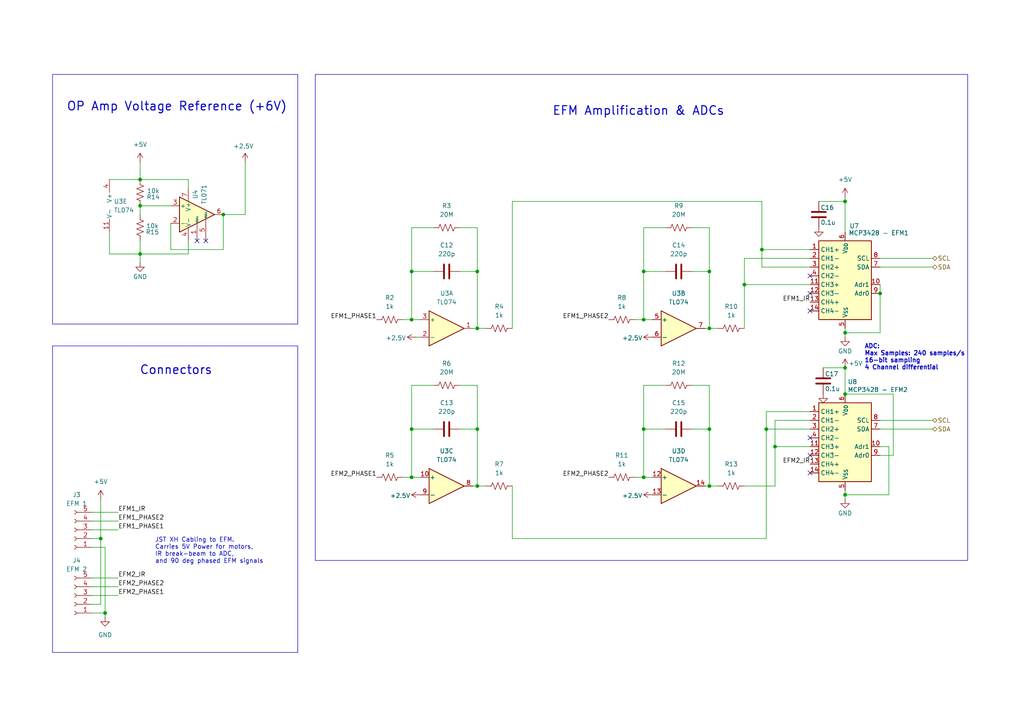
<source format=kicad_sch>
(kicad_sch (version 20250114) (generator "eeschema") (generator_version "9.0")
  (paper "A4")
  (title_block (title "EFM Circuitry") (date "2026-02-20") (rev "1") (company "VIP Lightning From the Edge of Space"))
  (lib_symbols
    (symbol "Amplifier_Operational:TL071" (pin_names (offset 0.127))
      (property "Reference" "U" (at 0 6.35 0))
      (property "Value" "TL071" (at 0 3.81 0))
      (symbol "TL071_0_1"
        (polyline (pts (xy -5.08 5.08) (xy 5.08 0) (xy -5.08 -5.08) (xy -5.08 5.08)) (stroke (width 0.254)) (fill (type background)))
      )
      (symbol "TL071_1_1"
        (pin input line (at -7.62 2.54 0) (length 2.54) (name "+") (number "3"))
        (pin input line (at -7.62 -2.54 0) (length 2.54) (name "-") (number "2"))
        (pin power_in line (at -2.54 7.62 270) (length 3.81) (name "V+") (number "7"))
        (pin power_in line (at -2.54 -7.62 90) (length 3.81) (name "V-") (number "4"))
        (pin no_connect line (at 0 2.54 270) (length 2.54) (hide yes) (name "NC") (number "8"))
        (pin input line (at 0 -7.62 90) (length 5.08) (name "NULL") (number "1"))
        (pin input line (at 2.54 -7.62 90) (length 6.35) (name "NULL") (number "5"))
        (pin output line (at 7.62 0 180) (length 2.54) (name "~") (number "6"))
      )
    )
    (symbol "Amplifier_Operational:TL074" (pin_names (offset 0.127))
      (property "Reference" "U" (at 0 5.08 0))
      (property "Value" "TL074" (at 0 -5.08 0))
      (symbol "TL074_1_1"
        (polyline (pts (xy -5.08 5.08) (xy 5.08 0) (xy -5.08 -5.08) (xy -5.08 5.08)) (stroke (width 0.254)) (fill (type background)))
        (pin input line (at -7.62 2.54 0) (length 2.54) (name "+") (number "3"))
        (pin input line (at -7.62 -2.54 0) (length 2.54) (name "-") (number "2"))
        (pin output line (at 7.62 0 180) (length 2.54) (name "~") (number "1"))
      )
      (symbol "TL074_2_1"
        (polyline (pts (xy -5.08 5.08) (xy 5.08 0) (xy -5.08 -5.08) (xy -5.08 5.08)) (stroke (width 0.254)) (fill (type background)))
        (pin input line (at -7.62 2.54 0) (length 2.54) (name "+") (number "5"))
        (pin input line (at -7.62 -2.54 0) (length 2.54) (name "-") (number "6"))
        (pin output line (at 7.62 0 180) (length 2.54) (name "~") (number "7"))
      )
      (symbol "TL074_3_1"
        (polyline (pts (xy -5.08 5.08) (xy 5.08 0) (xy -5.08 -5.08) (xy -5.08 5.08)) (stroke (width 0.254)) (fill (type background)))
        (pin input line (at -7.62 2.54 0) (length 2.54) (name "+") (number "10"))
        (pin input line (at -7.62 -2.54 0) (length 2.54) (name "-") (number "9"))
        (pin output line (at 7.62 0 180) (length 2.54) (name "~") (number "8"))
      )
      (symbol "TL074_4_1"
        (polyline (pts (xy -5.08 5.08) (xy 5.08 0) (xy -5.08 -5.08) (xy -5.08 5.08)) (stroke (width 0.254)) (fill (type background)))
        (pin input line (at -7.62 2.54 0) (length 2.54) (name "+") (number "12"))
        (pin input line (at -7.62 -2.54 0) (length 2.54) (name "-") (number "13"))
        (pin output line (at 7.62 0 180) (length 2.54) (name "~") (number "14"))
      )
      (symbol "TL074_5_1"
        (pin power_in line (at -2.54 7.62 270) (length 3.81) (name "V+") (number "4"))
        (pin power_in line (at -2.54 -7.62 90) (length 3.81) (name "V-") (number "11"))
      )
    )
    (symbol "Analog_ADC:MCP3428x-xSL"
      (property "Reference" "U" (at -6.35 11.43 0))
      (property "Value" "MCP3428x-xSL" (at 1.27 11.43 0))
      (symbol "MCP3428x-xSL_0_1"
        (rectangle (start -7.62 10.16) (end 7.62 -12.7) (stroke (width 0.254)) (fill (type background)))
      )
      (symbol "MCP3428x-xSL_1_1"
        (pin input line (at -10.16 7.62 0) (length 2.54) (name "CH1+") (number "1"))
        (pin input line (at -10.16 5.08 0) (length 2.54) (name "CH1-") (number "2"))
        (pin input line (at -10.16 2.54 0) (length 2.54) (name "CH2+") (number "3"))
        (pin input line (at -10.16 0 0) (length 2.54) (name "CH2-") (number "4"))
        (pin input line (at -10.16 -2.54 0) (length 2.54) (name "CH3+") (number "11"))
        (pin input line (at -10.16 -5.08 0) (length 2.54) (name "CH3-") (number "12"))
        (pin input line (at -10.16 -7.62 0) (length 2.54) (name "CH4+") (number "13"))
        (pin input line (at -10.16 -10.16 0) (length 2.54) (name "CH4-") (number "14"))
        (pin power_in line (at 0 12.7 270) (length 2.54) (name "V_{DD}") (number "6"))
        (pin power_in line (at 0 -15.24 90) (length 2.54) (name "V_{SS}") (number "5"))
        (pin input line (at 10.16 5.08 180) (length 2.54) (name "SCL") (number "8"))
        (pin bidirectional line (at 10.16 2.54 180) (length 2.54) (name "SDA") (number "7"))
        (pin input line (at 10.16 -2.54 180) (length 2.54) (name "Adr1") (number "10"))
        (pin input line (at 10.16 -5.08 180) (length 2.54) (name "Adr0") (number "9"))
      )
    )
    (symbol "Connector:Conn_01x05_Socket" (pin_names (offset 1.016) (hide yes))
      (property "Reference" "J" (at 0 7.62 0))
      (property "Value" "Conn_01x05_Socket" (at 0 -7.62 0))
      (symbol "Conn_01x05_Socket_1_1"
        (polyline (pts (xy -1.27 5.08) (xy -0.508 5.08)) (stroke (width 0.1524)))
        (polyline (pts (xy -1.27 2.54) (xy -0.508 2.54)) (stroke (width 0.1524)))
        (polyline (pts (xy -1.27 0) (xy -0.508 0)) (stroke (width 0.1524)))
        (polyline (pts (xy -1.27 -2.54) (xy -0.508 -2.54)) (stroke (width 0.1524)))
        (polyline (pts (xy -1.27 -5.08) (xy -0.508 -5.08)) (stroke (width 0.1524)))
        (arc (start 0 4.572) (mid -0.5058 5.08) (end 0 5.588) (stroke (width 0.1524)))
        (arc (start 0 2.032) (mid -0.5058 2.54) (end 0 3.048) (stroke (width 0.1524)))
        (arc (start 0 -0.508) (mid -0.5058 0) (end 0 0.508) (stroke (width 0.1524)))
        (arc (start 0 -3.048) (mid -0.5058 -2.54) (end 0 -2.032) (stroke (width 0.1524)))
        (arc (start 0 -5.588) (mid -0.5058 -5.08) (end 0 -4.572) (stroke (width 0.1524)))
        (pin passive line (at -5.08 5.08 0) (length 3.81) (name "Pin_1") (number "1"))
        (pin passive line (at -5.08 2.54 0) (length 3.81) (name "Pin_2") (number "2"))
        (pin passive line (at -5.08 0 0) (length 3.81) (name "Pin_3") (number "3"))
        (pin passive line (at -5.08 -2.54 0) (length 3.81) (name "Pin_4") (number "4"))
        (pin passive line (at -5.08 -5.08 0) (length 3.81) (name "Pin_5") (number "5"))
      )
    )
    (symbol "Device:C" (pin_numbers (hide yes)) (pin_names (offset 0.254))
      (property "Reference" "C" (at 0.635 2.54 0))
      (property "Value" "C" (at 0.635 -2.54 0))
      (symbol "C_0_1"
        (polyline (pts (xy -2.032 0.762) (xy 2.032 0.762)) (stroke (width 0.508)))
        (polyline (pts (xy -2.032 -0.762) (xy 2.032 -0.762)) (stroke (width 0.508)))
      )
      (symbol "C_1_1"
        (pin passive line (at 0 3.81 270) (length 2.794) (name "~") (number "1"))
        (pin passive line (at 0 -3.81 90) (length 2.794) (name "~") (number "2"))
      )
    )
    (symbol "Device:R_US" (pin_numbers (hide yes)) (pin_names (offset 0))
      (property "Reference" "R" (at 2.54 0 90))
      (property "Value" "R_US" (at -2.54 0 90))
      (symbol "R_US_0_1"
        (polyline (pts (xy 0 2.286) (xy 0 2.54)))
        (polyline (pts (xy 0 2.286) (xy 1.016 1.905) (xy 0 1.524) (xy -1.016 1.143) (xy 0 0.762)))
        (polyline (pts (xy 0 0.762) (xy 1.016 0.381) (xy 0 0) (xy -1.016 -0.381) (xy 0 -0.762)))
        (polyline (pts (xy 0 -0.762) (xy 1.016 -1.143) (xy 0 -1.524) (xy -1.016 -1.905) (xy 0 -2.286)))
        (polyline (pts (xy 0 -2.286) (xy 0 -2.54)))
      )
      (symbol "R_US_1_1"
        (pin passive line (at 0 3.81 270) (length 1.27) (name "~") (number "1"))
        (pin passive line (at 0 -3.81 90) (length 1.27) (name "~") (number "2"))
      )
    )
    (symbol "power:+5V" (power) (pin_numbers (hide yes)) (pin_names (offset 0) (hide yes))
      (property "Value" "+5V" (at 0 3.556 0))
      (symbol "+5V_0_1"
        (polyline (pts (xy -0.762 1.27) (xy 0 2.54)))
        (polyline (pts (xy 0 2.54) (xy 0.762 1.27)))
        (polyline (pts (xy 0 0) (xy 0 2.54)))
      )
      (symbol "+5V_1_1"
        (pin power_in line (at 0 0 90) (length 0) (name "~") (number "1"))
      )
    )
    (symbol "power:+6V" (power) (pin_numbers (hide yes)) (pin_names (offset 0) (hide yes))
      (property "Value" "+6V" (at 0 3.556 0))
      (symbol "+6V_0_1"
        (polyline (pts (xy -0.762 1.27) (xy 0 2.54)))
        (polyline (pts (xy 0 2.54) (xy 0.762 1.27)))
        (polyline (pts (xy 0 0) (xy 0 2.54)))
      )
      (symbol "+6V_1_1"
        (pin power_in line (at 0 0 90) (length 0) (name "~") (number "1"))
      )
    )
    (symbol "power:GND" (power) (pin_numbers (hide yes)) (pin_names (offset 0) (hide yes))
      (property "Value" "GND" (at 0 -3.81 0))
      (symbol "GND_0_1"
        (polyline (pts (xy 0 0) (xy 0 -1.27) (xy 1.27 -1.27) (xy 0 -2.54) (xy -1.27 -1.27) (xy 0 -1.27)))
      )
      (symbol "GND_1_1"
        (pin power_in line (at 0 0 270) (length 0) (name "~") (number "1"))
      )
    )
  )
  (rectangle (start 15.24 21.59) (end 86.36 93.98))
  (rectangle (start 91.44 21.59) (end 280.67 162.56))
  (rectangle (start 15.24 100.33) (end 86.36 189.23))
  (text "OP Amp Voltage Reference (+6V)" (at 51.308 30.988 0) (effects (font (size 2.5 2.5) (thickness 0.3) (bold yes))))
  (text "Connectors" (at 51.054 107.442 0) (effects (font (size 2.5 2.5) (thickness 0.3) (bold yes))))
  (text "JST XH Cabling to EFM.\nCarries 5V Power for motors,\nIR break-beam to ADC,\nand 90 deg phased EFM signals" (at 44.958 159.766 0) (effects (font (size 1.27 1.27) (thickness 0.1588)) (justify left)))
  (text "EFM Amplification & ADCs" (at 185.166 32.258 0) (effects (font (size 2.5 2.5) (thickness 0.3) (bold yes))))
  (text "ADC:\nMax Samples: 240 samples/s\n16-bit sampling\n4 Channel differential" (at 250.698 103.632 0) (effects (font (size 1.27 1.27) (thickness 0.254) (bold yes)) (justify left)))
  (junction (at 40.64 52.07))
  (junction (at 245.11 143.51))
  (junction (at 224.79 129.54))
  (junction (at 138.43 95.25))
  (junction (at 205.74 140.97))
  (junction (at 119.38 92.71))
  (junction (at 220.98 72.39))
  (junction (at 255.27 85.09))
  (junction (at 186.69 138.43))
  (junction (at 245.11 96.52))
  (junction (at 205.74 124.46))
  (junction (at 138.43 78.74))
  (junction (at 205.74 78.74))
  (junction (at 119.38 138.43))
  (junction (at 29.21 156.21))
  (junction (at 64.77 62.23))
  (junction (at 245.11 106.68))
  (junction (at 40.64 73.66))
  (junction (at 30.48 177.8))
  (junction (at 40.64 59.69))
  (junction (at 119.38 124.46))
  (junction (at 138.43 124.46))
  (junction (at 205.74 95.25))
  (junction (at 245.11 58.42))
  (junction (at 222.25 124.46))
  (junction (at 119.38 78.74))
  (junction (at 245.11 114.3))
  (junction (at 186.69 78.74))
  (junction (at 215.9 82.55))
  (junction (at 138.43 140.97))
  (junction (at 186.69 92.71))
  (junction (at 186.69 124.46))
  (no_connect (at 234.95 90.17))
  (no_connect (at 234.95 80.01))
  (no_connect (at 234.95 85.09))
  (no_connect (at 234.95 132.08))
  (no_connect (at 234.95 127))
  (no_connect (at 57.15 69.85))
  (no_connect (at 234.95 137.16))
  (no_connect (at 59.69 69.85))
  (wire (pts (xy 186.69 111.76) (xy 193.04 111.76)))
  (wire (pts (xy 270.51 77.47) (xy 255.27 77.47)))
  (wire (pts (xy 186.69 78.74) (xy 193.04 78.74)))
  (wire (pts (xy 40.64 69.85) (xy 40.64 73.66)))
  (wire (pts (xy 40.64 59.69) (xy 49.53 59.69)))
  (wire (pts (xy 26.67 175.26) (xy 29.21 175.26)))
  (wire (pts (xy 215.9 82.55) (xy 215.9 95.25)))
  (wire (pts (xy 40.64 76.2) (xy 40.64 73.66)))
  (wire (pts (xy 54.61 52.07) (xy 54.61 54.61)))
  (wire (pts (xy 138.43 78.74) (xy 138.43 95.25)))
  (wire (pts (xy 215.9 74.93) (xy 234.95 74.93)))
  (wire (pts (xy 119.38 92.71) (xy 119.38 78.74)))
  (wire (pts (xy 119.38 124.46) (xy 125.73 124.46)))
  (wire (pts (xy 138.43 66.04) (xy 138.43 78.74)))
  (wire (pts (xy 270.51 74.93) (xy 255.27 74.93)))
  (wire (pts (xy 148.59 58.42) (xy 220.98 58.42)))
  (wire (pts (xy 71.12 62.23) (xy 64.77 62.23)))
  (wire (pts (xy 119.38 138.43) (xy 121.92 138.43)))
  (wire (pts (xy 245.11 57.15) (xy 245.11 58.42)))
  (wire (pts (xy 31.75 73.66) (xy 40.64 73.66)))
  (wire (pts (xy 186.69 92.71) (xy 186.69 78.74)))
  (wire (pts (xy 40.64 59.69) (xy 40.64 62.23)))
  (wire (pts (xy 148.59 140.97) (xy 148.59 156.21)))
  (wire (pts (xy 245.11 143.51) (xy 245.11 142.24)))
  (wire (pts (xy 138.43 124.46) (xy 138.43 140.97)))
  (wire (pts (xy 245.11 114.3) (xy 259.08 114.3)))
  (wire (pts (xy 259.08 132.08) (xy 255.27 132.08)))
  (wire (pts (xy 133.35 124.46) (xy 138.43 124.46)))
  (wire (pts (xy 40.64 52.07) (xy 40.64 46.99)))
  (wire (pts (xy 222.25 124.46) (xy 222.25 119.38)))
  (wire (pts (xy 270.51 124.46) (xy 255.27 124.46)))
  (wire (pts (xy 205.74 66.04) (xy 205.74 78.74)))
  (wire (pts (xy 148.59 156.21) (xy 222.25 156.21)))
  (wire (pts (xy 245.11 96.52) (xy 255.27 96.52)))
  (wire (pts (xy 222.25 156.21) (xy 222.25 124.46)))
  (wire (pts (xy 245.11 58.42) (xy 245.11 67.31)))
  (wire (pts (xy 26.67 167.64) (xy 34.29 167.64)))
  (wire (pts (xy 270.51 121.92) (xy 255.27 121.92)))
  (wire (pts (xy 26.67 153.67) (xy 34.29 153.67)))
  (wire (pts (xy 138.43 95.25) (xy 140.97 95.25)))
  (wire (pts (xy 120.65 97.79) (xy 121.92 97.79)))
  (wire (pts (xy 71.12 46.99) (xy 71.12 62.23)))
  (wire (pts (xy 215.9 140.97) (xy 224.79 140.97)))
  (wire (pts (xy 200.66 78.74) (xy 205.74 78.74)))
  (wire (pts (xy 224.79 121.92) (xy 234.95 121.92)))
  (wire (pts (xy 224.79 129.54) (xy 234.95 129.54)))
  (wire (pts (xy 119.38 138.43) (xy 119.38 124.46)))
  (wire (pts (xy 49.53 72.39) (xy 64.77 72.39)))
  (wire (pts (xy 137.16 140.97) (xy 138.43 140.97)))
  (wire (pts (xy 138.43 111.76) (xy 138.43 124.46)))
  (wire (pts (xy 200.66 124.46) (xy 205.74 124.46)))
  (wire (pts (xy 204.47 95.25) (xy 205.74 95.25)))
  (wire (pts (xy 205.74 111.76) (xy 205.74 124.46)))
  (wire (pts (xy 222.25 124.46) (xy 234.95 124.46)))
  (wire (pts (xy 186.69 92.71) (xy 189.23 92.71)))
  (wire (pts (xy 29.21 144.78) (xy 29.21 156.21)))
  (wire (pts (xy 30.48 158.75) (xy 30.48 177.8)))
  (wire (pts (xy 119.38 66.04) (xy 125.73 66.04)))
  (wire (pts (xy 245.11 143.51) (xy 257.81 143.51)))
  (wire (pts (xy 257.81 143.51) (xy 257.81 129.54)))
  (wire (pts (xy 220.98 72.39) (xy 220.98 77.47)))
  (wire (pts (xy 26.67 148.59) (xy 34.29 148.59)))
  (wire (pts (xy 245.11 144.78) (xy 245.11 143.51)))
  (wire (pts (xy 133.35 66.04) (xy 138.43 66.04)))
  (wire (pts (xy 26.67 151.13) (xy 34.29 151.13)))
  (wire (pts (xy 26.67 156.21) (xy 29.21 156.21)))
  (wire (pts (xy 119.38 92.71) (xy 121.92 92.71)))
  (wire (pts (xy 186.69 78.74) (xy 186.69 66.04)))
  (wire (pts (xy 186.69 124.46) (xy 186.69 111.76)))
  (wire (pts (xy 49.53 64.77) (xy 49.53 72.39)))
  (wire (pts (xy 138.43 140.97) (xy 140.97 140.97)))
  (wire (pts (xy 205.74 124.46) (xy 205.74 140.97)))
  (wire (pts (xy 184.15 138.43) (xy 186.69 138.43)))
  (wire (pts (xy 245.11 96.52) (xy 245.11 95.25)))
  (wire (pts (xy 119.38 78.74) (xy 125.73 78.74)))
  (wire (pts (xy 26.67 177.8) (xy 30.48 177.8)))
  (wire (pts (xy 245.11 106.68) (xy 245.11 114.3)))
  (wire (pts (xy 31.75 67.31) (xy 31.75 73.66)))
  (wire (pts (xy 184.15 92.71) (xy 186.69 92.71)))
  (wire (pts (xy 116.84 92.71) (xy 119.38 92.71)))
  (wire (pts (xy 119.38 124.46) (xy 119.38 111.76)))
  (wire (pts (xy 205.74 78.74) (xy 205.74 95.25)))
  (wire (pts (xy 245.11 106.68) (xy 238.76 106.68)))
  (wire (pts (xy 220.98 77.47) (xy 234.95 77.47)))
  (wire (pts (xy 133.35 111.76) (xy 138.43 111.76)))
  (wire (pts (xy 186.69 66.04) (xy 193.04 66.04)))
  (wire (pts (xy 26.67 172.72) (xy 34.29 172.72)))
  (wire (pts (xy 133.35 78.74) (xy 138.43 78.74)))
  (wire (pts (xy 224.79 129.54) (xy 224.79 121.92)))
  (wire (pts (xy 26.67 170.18) (xy 34.29 170.18)))
  (wire (pts (xy 119.38 78.74) (xy 119.38 66.04)))
  (wire (pts (xy 186.69 138.43) (xy 189.23 138.43)))
  (wire (pts (xy 119.38 111.76) (xy 125.73 111.76)))
  (wire (pts (xy 259.08 114.3) (xy 259.08 132.08)))
  (wire (pts (xy 40.64 52.07) (xy 54.61 52.07)))
  (wire (pts (xy 29.21 156.21) (xy 29.21 175.26)))
  (wire (pts (xy 255.27 96.52) (xy 255.27 85.09)))
  (wire (pts (xy 31.75 52.07) (xy 40.64 52.07)))
  (wire (pts (xy 222.25 119.38) (xy 234.95 119.38)))
  (wire (pts (xy 215.9 74.93) (xy 215.9 82.55)))
  (wire (pts (xy 205.74 140.97) (xy 208.28 140.97)))
  (wire (pts (xy 64.77 72.39) (xy 64.77 62.23)))
  (wire (pts (xy 40.64 73.66) (xy 54.61 73.66)))
  (wire (pts (xy 220.98 72.39) (xy 234.95 72.39)))
  (wire (pts (xy 237.49 58.42) (xy 245.11 58.42)))
  (wire (pts (xy 215.9 82.55) (xy 234.95 82.55)))
  (wire (pts (xy 245.11 97.79) (xy 245.11 96.52)))
  (wire (pts (xy 205.74 95.25) (xy 208.28 95.25)))
  (wire (pts (xy 255.27 82.55) (xy 255.27 85.09)))
  (wire (pts (xy 26.67 158.75) (xy 30.48 158.75)))
  (wire (pts (xy 200.66 111.76) (xy 205.74 111.76)))
  (wire (pts (xy 54.61 73.66) (xy 54.61 69.85)))
  (wire (pts (xy 224.79 140.97) (xy 224.79 129.54)))
  (wire (pts (xy 137.16 95.25) (xy 138.43 95.25)))
  (wire (pts (xy 204.47 140.97) (xy 205.74 140.97)))
  (wire (pts (xy 30.48 177.8) (xy 30.48 179.07)))
  (wire (pts (xy 116.84 138.43) (xy 119.38 138.43)))
  (wire (pts (xy 186.69 124.46) (xy 193.04 124.46)))
  (wire (pts (xy 148.59 95.25) (xy 148.59 58.42)))
  (wire (pts (xy 220.98 58.42) (xy 220.98 72.39)))
  (wire (pts (xy 257.81 129.54) (xy 255.27 129.54)))
  (wire (pts (xy 186.69 138.43) (xy 186.69 124.46)))
  (wire (pts (xy 200.66 66.04) (xy 205.74 66.04)))
  (label "EFM1_PHASE1" (at 109.22 92.71 180))
  (label "EFM1_PHASE2" (at 34.29 151.13 0))
  (label "EFM2_PHASE1" (at 109.22 138.43 180))
  (label "EFM1_PHASE2" (at 176.53 92.71 180))
  (label "EFM2_PHASE1" (at 34.29 172.72 0))
  (label "EFM2_IR" (at 234.95 134.62 180))
  (label "EFM1_PHASE1" (at 34.29 153.67 0))
  (label "EFM2_PHASE2" (at 176.53 138.43 180))
  (label "EFM2_PHASE2" (at 34.29 170.18 0))
  (label "EFM1_IR" (at 234.95 87.63 180))
  (label "EFM2_IR" (at 34.29 167.64 0))
  (label "EFM1_IR" (at 34.29 148.59 0))
  (hierarchical_label "SDA" (shape bidirectional) (at 270.51 124.46 0))
  (hierarchical_label "SCL" (shape bidirectional) (at 270.51 121.92 0))
  (hierarchical_label "SDA" (shape bidirectional) (at 270.51 77.47 0))
  (hierarchical_label "SCL" (shape bidirectional) (at 270.51 74.93 0))
  (symbol (lib_id "power:+6V") (at 121.92 143.51 90) (unit 1)
    (property "Reference" "#PWR024" (effects (hide yes)))
    (property "Value" "+2.5V" (at 116.078 143.764 90))
    (property "Description" "Power symbol creates a global label with name \"+6V\"" (effects (hide yes)))
  )
  (symbol (lib_id "Amplifier_Operational:TL074") (at 196.85 140.97 0) (unit 4)
    (property "Reference" "U3" (at 196.85 130.81 0))
    (property "Value" "TL074" (at 196.85 133.35 0))
    (property "Footprint" "Package_DIP:DIP-14_W7.62mm" (effects (hide yes)))
    (property "Datasheet" "http://www.ti.com/lit/ds/symlink/tl071.pdf" (effects (hide yes)))
    (property "Description" "Quad Low-Noise JFET-Input Operational Amplifiers, DIP-14/SOIC-14" (effects (hide yes)))
    (property "Digikey" "296-12948-5-ND" (effects (hide yes)))
    (property "MPN" " TL074ACN" (effects (hide yes)))
    (property "Manufacturer" " Texas Instruments" (effects (hide yes)))
  )
  (symbol (lib_id "power:+6V") (at 189.23 97.79 90) (unit 1)
    (property "Reference" "#PWR07" (effects (hide yes)))
    (property "Value" "+2.5V" (at 183.388 98.044 90))
    (property "Description" "Power symbol creates a global label with name \"+6V\"" (effects (hide yes)))
  )
  (symbol (lib_id "Device:R_US") (at 180.34 92.71 270) (unit 1)
    (property "Reference" "R8" (at 180.34 86.36 90))
    (property "Value" "1k" (at 180.34 88.9 90))
    (property "Footprint" "Resistor_SMD:R_0805_2012Metric" (effects (hide yes)))
    (property "Description" "Resistor, US symbol" (effects (hide yes)))
    (property "Digikey" "541-1.00KCCT-ND" (effects (hide yes)))
    (property "MPN" "CRCW08051K00FKEA" (effects (hide yes)))
    (property "Manufacturer" "Vishay Dale" (effects (hide yes)))
  )
  (symbol (lib_id "power:GND") (at 40.64 76.2 0) (unit 1)
    (property "Reference" "#PWR031" (effects (hide yes)))
    (property "Value" "GND" (at 40.64 80.264 0))
    (property "Description" "Power symbol creates a global label with name \"GND\" , ground" (effects (hide yes)))
  )
  (symbol (lib_id "Device:C") (at 196.85 124.46 90) (unit 1)
    (property "Reference" "C15" (at 196.85 116.84 90))
    (property "Value" "220p" (at 196.85 119.38 90))
    (property "Footprint" "Capacitor_SMD:C_0805_2012Metric" (effects (hide yes)))
    (property "Description" "220PF 50V C0G/NP0 0805" (effects (hide yes)))
    (property "Digikey" "1276-1164-1-ND" (effects (hide yes)))
    (property "MPN" "CL21C221JBANNNC" (effects (hide yes)))
    (property "Manufacturer" "Samsung Electro-Mechanics" (effects (hide yes)))
  )
  (symbol (lib_id "Amplifier_Operational:TL074") (at 129.54 140.97 0) (unit 3)
    (property "Reference" "U3" (at 129.54 130.81 0))
    (property "Value" "TL074" (at 129.54 133.35 0))
    (property "Footprint" "Package_DIP:DIP-14_W7.62mm" (effects (hide yes)))
    (property "Datasheet" "http://www.ti.com/lit/ds/symlink/tl071.pdf" (effects (hide yes)))
    (property "Description" "Quad Low-Noise JFET-Input Operational Amplifiers, DIP-14/SOIC-14" (effects (hide yes)))
    (property "Digikey" "296-12948-5-ND" (effects (hide yes)))
    (property "MPN" " TL074ACN" (effects (hide yes)))
    (property "Manufacturer" " Texas Instruments" (effects (hide yes)))
  )
  (symbol (lib_id "Analog_ADC:MCP3428x-xSL") (at 245.11 127 0) (unit 1)
    (property "Reference" "U8" (at 245.872 110.744 0) (effects (justify left)))
    (property "Value" "MCP3428 - EFM2" (at 245.872 113.03 0) (effects (justify left)))
    (property "Footprint" "Package_SO:SOIC-14_3.9x8.7mm_P1.27mm" (effects (hide yes)))
    (property "Datasheet" "http://ww1.microchip.com/downloads/en/DeviceDoc/22226a.pdf" (effects (hide yes)))
    (property "Description" "16-Bit, Multi-Channel ΔΣ Analog-to-Digital Converter with I2C Interface and On-Board Reference, SOIC-14" (effects (hide yes)))
    (property "Digikey" "150-MCP3428T-E/SLCT-ND" (effects (hide yes)))
    (property "MPN" "MCP3428T-E/SL" (effects (hide yes)))
    (property "Manufacturer" "Microchip Technology" (effects (hide yes)))
  )
  (symbol (lib_id "Device:R_US") (at 129.54 66.04 90) (unit 1)
    (property "Reference" "R3" (at 129.54 59.69 90))
    (property "Value" "20M" (at 129.54 62.23 90))
    (property "Footprint" "Resistor_SMD:R_0805_2012Metric" (effects (hide yes)))
    (property "Description" "Resistor, US symbol" (effects (hide yes)))
    (property "Digikey" "13-RC0805JR-0720MLCT-ND" (effects (hide yes)))
    (property "MPN" "  RC0805JR-0720ML" (effects (hide yes)))
    (property "Manufacturer" "Vishay Dale" (effects (hide yes)))
  )
  (symbol (lib_id "Device:R_US") (at 113.03 138.43 270) (unit 1)
    (property "Reference" "R5" (at 113.03 132.08 90))
    (property "Value" "1k" (at 113.03 134.62 90))
    (property "Footprint" "Resistor_SMD:R_0805_2012Metric" (effects (hide yes)))
    (property "Description" "Resistor, US symbol" (effects (hide yes)))
    (property "Digikey" "541-1.00KCCT-ND" (effects (hide yes)))
    (property "MPN" "CRCW08051K00FKEA" (effects (hide yes)))
    (property "Manufacturer" "Vishay Dale" (effects (hide yes)))
  )
  (symbol (lib_id "Device:R_US") (at 212.09 95.25 90) (unit 1)
    (property "Reference" "R10" (at 212.09 88.9 90))
    (property "Value" "1k" (at 212.09 91.44 90))
    (property "Footprint" "Resistor_SMD:R_0805_2012Metric" (effects (hide yes)))
    (property "Description" "Resistor, US symbol" (effects (hide yes)))
    (property "Digikey" "541-1.00KCCT-ND" (effects (hide yes)))
    (property "MPN" "CRCW08051K00FKEA" (effects (hide yes)))
    (property "Manufacturer" "Vishay Dale" (effects (hide yes)))
  )
  (symbol (lib_id "Device:R_US") (at 212.09 140.97 90) (unit 1)
    (property "Reference" "R13" (at 212.09 134.62 90))
    (property "Value" "1k" (at 212.09 137.16 90))
    (property "Footprint" "Resistor_SMD:R_0805_2012Metric" (effects (hide yes)))
    (property "Description" "Resistor, US symbol" (effects (hide yes)))
    (property "Digikey" "541-1.00KCCT-ND" (effects (hide yes)))
    (property "MPN" "CRCW08051K00FKEA" (effects (hide yes)))
    (property "Manufacturer" "Vishay Dale" (effects (hide yes)))
  )
  (symbol (lib_id "Amplifier_Operational:TL074") (at 129.54 95.25 0) (unit 1)
    (property "Reference" "U3" (at 129.54 85.09 0))
    (property "Value" "TL074" (at 129.54 87.63 0))
    (property "Footprint" "Package_DIP:DIP-14_W7.62mm" (effects (hide yes)))
    (property "Datasheet" "http://www.ti.com/lit/ds/symlink/tl071.pdf" (effects (hide yes)))
    (property "Description" "Quad Low-Noise JFET-Input Operational Amplifiers, DIP-14/SOIC-14" (effects (hide yes)))
    (property "Digikey" "296-12948-5-ND" (effects (hide yes)))
    (property "MPN" " TL074ACN" (effects (hide yes)))
    (property "Manufacturer" " Texas Instruments" (effects (hide yes)))
  )
  (symbol (lib_id "Device:C") (at 129.54 124.46 90) (unit 1)
    (property "Reference" "C13" (at 129.54 116.84 90))
    (property "Value" "220p" (at 129.54 119.38 90))
    (property "Footprint" "Capacitor_SMD:C_0805_2012Metric" (effects (hide yes)))
    (property "Description" "220PF 50V C0G/NP0 0805" (effects (hide yes)))
    (property "Digikey" "1276-1164-1-ND" (effects (hide yes)))
    (property "MPN" "CL21C221JBANNNC" (effects (hide yes)))
    (property "Manufacturer" "Samsung Electro-Mechanics" (effects (hide yes)))
  )
  (symbol (lib_id "power:GND") (at 238.76 114.3 0) (unit 1)
    (property "Reference" "#PWR029" (effects (hide yes)))
    (property "Value" "GND" (effects (hide yes)))
    (property "Description" "Power symbol creates a global label with name \"GND\" , ground" (effects (hide yes)))
  )
  (symbol (lib_id "Device:C") (at 238.76 110.49 0) (unit 1)
    (property "Reference" "C17" (at 239.268 108.458 0) (effects (justify left)))
    (property "Value" "0.1u" (at 239.268 112.776 0) (effects (justify left)))
    (property "Footprint" "Capacitor_SMD:C_0603_1608Metric" (effects (hide yes)))
    (property "Description" "0.1U 50V X7R 0603" (effects (hide yes)))
    (property "Digikey" "1276-CL10B104KB8NNNLCT-ND" (effects (hide yes)))
    (property "LCSC" "C913912" (effects (hide yes)))
    (property "MPN" "CL10B104KB8NNNL" (effects (hide yes)))
    (property "Manufacturer" "Samsung Electro-Mechanics" (effects (hide yes)))
  )
  (symbol (lib_id "Device:C") (at 237.49 62.23 0) (unit 1)
    (property "Reference" "C16" (at 237.998 60.198 0) (effects (justify left)))
    (property "Value" "0.1u" (at 237.998 64.516 0) (effects (justify left)))
    (property "Footprint" "Capacitor_SMD:C_0603_1608Metric" (effects (hide yes)))
    (property "Description" "0.1U 50V X7R 0603" (effects (hide yes)))
    (property "Digikey" "1276-CL10B104KB8NNNLCT-ND" (effects (hide yes)))
    (property "LCSC" "C913912" (effects (hide yes)))
    (property "MPN" "CL10B104KB8NNNL" (effects (hide yes)))
    (property "Manufacturer" "Samsung Electro-Mechanics" (effects (hide yes)))
  )
  (symbol (lib_id "Analog_ADC:MCP3428x-xSL") (at 245.11 80.01 0) (unit 1)
    (property "Reference" "U7" (at 246.38 65.532 0) (effects (justify left)))
    (property "Value" "MCP3428 - EFM1" (at 246.126 67.564 0) (effects (justify left)))
    (property "Footprint" "Package_SO:SOIC-14_3.9x8.7mm_P1.27mm" (effects (hide yes)))
    (property "Datasheet" "http://ww1.microchip.com/downloads/en/DeviceDoc/22226a.pdf" (effects (hide yes)))
    (property "Description" "16-Bit, Multi-Channel ΔΣ Analog-to-Digital Converter with I2C Interface and On-Board Reference, SOIC-14" (effects (hide yes)))
    (property "Digikey" "150-MCP3428T-E/SLCT-ND" (effects (hide yes)))
    (property "MPN" "MCP3428T-E/SL" (effects (hide yes)))
    (property "Manufacturer" "Microchip Technology" (effects (hide yes)))
  )
  (symbol (lib_id "Amplifier_Operational:TL074") (at 196.85 95.25 0) (unit 2)
    (property "Reference" "U3" (at 196.85 85.09 0))
    (property "Value" "TL074" (at 196.85 87.63 0))
    (property "Footprint" "Package_DIP:DIP-14_W7.62mm" (effects (hide yes)))
    (property "Datasheet" "http://www.ti.com/lit/ds/symlink/tl071.pdf" (effects (hide yes)))
    (property "Description" "Quad Low-Noise JFET-Input Operational Amplifiers, DIP-14/SOIC-14" (effects (hide yes)))
    (property "Digikey" "296-12948-5-ND" (effects (hide yes)))
    (property "MPN" " TL074ACN" (effects (hide yes)))
    (property "Manufacturer" " Texas Instruments" (effects (hide yes)))
  )
  (symbol (lib_id "Device:R_US") (at 144.78 95.25 90) (unit 1)
    (property "Reference" "R4" (at 144.78 88.9 90))
    (property "Value" "1k" (at 144.78 91.44 90))
    (property "Footprint" "Resistor_SMD:R_0805_2012Metric" (effects (hide yes)))
    (property "Description" "Resistor, US symbol" (effects (hide yes)))
    (property "Digikey" "541-1.00KCCT-ND" (effects (hide yes)))
    (property "MPN" "CRCW08051K00FKEA" (effects (hide yes)))
    (property "Manufacturer" "Vishay Dale" (effects (hide yes)))
  )
  (symbol (lib_id "Device:R_US") (at 40.64 55.88 0) (unit 1)
    (property "Reference" "R14" (at 44.45 57.15 0))
    (property "Value" "10k" (at 44.45 55.372 0))
    (property "Footprint" "Resistor_SMD:R_0805_2012Metric" (effects (hide yes)))
    (property "Description" "Resistor, US symbol" (effects (hide yes)))
    (property "Digikey" "541-10.0KCCT-ND" (effects (hide yes)))
    (property "MPN" "CRCW080510K0FKEA" (effects (hide yes)))
    (property "Manufacturer" "Vishay Dale" (effects (hide yes)))
  )
  (symbol (lib_id "power:GND") (at 30.48 179.07 0) (unit 1)
    (property "Reference" "#PWR017" (effects (hide yes)))
    (property "Value" "GND" (at 30.48 184.15 0))
    (property "Description" "Power symbol creates a global label with name \"GND\" , ground" (effects (hide yes)))
  )
  (symbol (lib_id "power:+5V") (at 245.11 57.15 0) (unit 1)
    (property "Reference" "#PWR026" (effects (hide yes)))
    (property "Value" "+5V" (at 245.11 52.07 0))
    (property "Description" "Power symbol creates a global label with name \"+5V\"" (effects (hide yes)))
  )
  (symbol (lib_id "power:GND") (at 245.11 97.79 0) (unit 1)
    (property "Reference" "#PWR034" (effects (hide yes)))
    (property "Value" "GND" (at 245.11 101.854 0))
    (property "Description" "Power symbol creates a global label with name \"GND\" , ground" (effects (hide yes)))
  )
  (symbol (lib_id "Device:R_US") (at 196.85 66.04 90) (unit 1)
    (property "Reference" "R9" (at 196.85 59.69 90))
    (property "Value" "20M" (at 196.85 62.23 90))
    (property "Footprint" "Resistor_SMD:R_0805_2012Metric" (effects (hide yes)))
    (property "Description" "Resistor, US symbol" (effects (hide yes)))
    (property "Digikey" "13-RC0805JR-0720MLCT-ND" (effects (hide yes)))
    (property "MPN" "  RC0805JR-0720ML" (effects (hide yes)))
    (property "Manufacturer" "Vishay Dale" (effects (hide yes)))
  )
  (symbol (lib_id "Device:R_US") (at 180.34 138.43 270) (unit 1)
    (property "Reference" "R11" (at 180.34 132.08 90))
    (property "Value" "1k" (at 180.34 134.62 90))
    (property "Footprint" "Resistor_SMD:R_0805_2012Metric" (effects (hide yes)))
    (property "Description" "Resistor, US symbol" (effects (hide yes)))
    (property "Digikey" "541-1.00KCCT-ND" (effects (hide yes)))
    (property "MPN" "CRCW08051K00FKEA" (effects (hide yes)))
    (property "Manufacturer" "Vishay Dale" (effects (hide yes)))
  )
  (symbol (lib_id "power:GND") (at 245.11 144.78 0) (unit 1)
    (property "Reference" "#PWR035" (effects (hide yes)))
    (property "Value" "GND" (at 245.11 148.844 0))
    (property "Description" "Power symbol creates a global label with name \"GND\" , ground" (effects (hide yes)))
  )
  (symbol (lib_id "Device:R_US") (at 196.85 111.76 90) (unit 1)
    (property "Reference" "R12" (at 196.85 105.41 90))
    (property "Value" "20M" (at 196.85 107.95 90))
    (property "Footprint" "Resistor_SMD:R_0805_2012Metric" (effects (hide yes)))
    (property "Description" "Resistor, US symbol" (effects (hide yes)))
    (property "Digikey" "13-RC0805JR-0720MLCT-ND" (effects (hide yes)))
    (property "MPN" "  RC0805JR-0720ML" (effects (hide yes)))
    (property "Manufacturer" "Vishay Dale" (effects (hide yes)))
  )
  (symbol (lib_id "Amplifier_Operational:TL074") (at 34.29 59.69 0) (unit 5)
    (property "Reference" "U3" (at 33.02 58.4199 0) (effects (justify left)))
    (property "Value" "TL074" (at 33.02 60.9599 0) (effects (justify left)))
    (property "Footprint" "Package_DIP:DIP-14_W7.62mm" (effects (hide yes)))
    (property "Datasheet" "http://www.ti.com/lit/ds/symlink/tl071.pdf" (effects (hide yes)))
    (property "Description" "Quad Low-Noise JFET-Input Operational Amplifiers, DIP-14/SOIC-14" (effects (hide yes)))
    (property "Digikey" "296-12948-5-ND" (effects (hide yes)))
    (property "MPN" " TL074ACN" (effects (hide yes)))
    (property "Manufacturer" " Texas Instruments" (effects (hide yes)))
  )
  (symbol (lib_id "Amplifier_Operational:TL071") (at 57.15 62.23 0) (unit 1)
    (property "Reference" "U4" (at 56.642 56.388 90))
    (property "Value" "TL071" (at 59.182 56.388 90))
    (property "Footprint" "Package_DIP:DIP-8_W7.62mm" (effects (hide yes)))
    (property "Datasheet" "http://www.ti.com/lit/ds/symlink/tl071.pdf" (effects (hide yes)))
    (property "Description" "Single Low-Noise JFET-Input Operational Amplifiers, DIP-8/SOIC-8" (effects (hide yes)))
    (property "Digikey" "  296-7186-5-ND" (effects (hide yes)))
    (property "MPN" "TL071CP" (effects (hide yes)))
    (property "Manufacturer" " Texas Instruments" (effects (hide yes)))
  )
  (symbol (lib_id "Device:R_US") (at 129.54 111.76 90) (unit 1)
    (property "Reference" "R6" (at 129.54 105.41 90))
    (property "Value" "20M" (at 129.54 107.95 90))
    (property "Footprint" "Resistor_SMD:R_0805_2012Metric" (effects (hide yes)))
    (property "Description" "Resistor, US symbol" (effects (hide yes)))
    (property "Digikey" "13-RC0805JR-0720MLCT-ND" (effects (hide yes)))
    (property "MPN" "  RC0805JR-0720ML" (effects (hide yes)))
    (property "Manufacturer" "Vishay Dale" (effects (hide yes)))
  )
  (symbol (lib_id "power:+5V") (at 245.11 106.68 0) (unit 1)
    (property "Reference" "#PWR028" (effects (hide yes)))
    (property "Value" "+5V" (at 248.158 105.41 0))
    (property "Description" "Power symbol creates a global label with name \"+5V\"" (effects (hide yes)))
  )
  (symbol (lib_id "power:GND") (at 237.49 66.04 0) (unit 1)
    (property "Reference" "#PWR027" (effects (hide yes)))
    (property "Value" "GND" (effects (hide yes)))
    (property "Description" "Power symbol creates a global label with name \"GND\" , ground" (effects (hide yes)))
  )
  (symbol (lib_id "power:+6V") (at 189.23 143.51 90) (unit 1)
    (property "Reference" "#PWR023" (effects (hide yes)))
    (property "Value" "+2.5V" (at 183.388 143.764 90))
    (property "Description" "Power symbol creates a global label with name \"+6V\"" (effects (hide yes)))
  )
  (symbol (lib_id "power:+6V") (at 120.65 97.79 90) (unit 1)
    (property "Reference" "#PWR025" (effects (hide yes)))
    (property "Value" "+2.5V" (at 114.808 98.044 90))
    (property "Description" "Power symbol creates a global label with name \"+6V\"" (effects (hide yes)))
  )
  (symbol (lib_id "Device:C") (at 196.85 78.74 90) (unit 1)
    (property "Reference" "C14" (at 196.85 71.12 90))
    (property "Value" "220p" (at 196.85 73.66 90))
    (property "Footprint" "Capacitor_SMD:C_0805_2012Metric" (effects (hide yes)))
    (property "Description" "220PF 50V C0G/NP0 0805" (effects (hide yes)))
    (property "Digikey" "1276-1164-1-ND" (effects (hide yes)))
    (property "MPN" "CL21C221JBANNNC" (effects (hide yes)))
    (property "Manufacturer" "Samsung Electro-Mechanics" (effects (hide yes)))
  )
  (symbol (lib_id "Device:R_US") (at 40.64 66.04 0) (unit 1)
    (property "Reference" "R15" (at 44.196 67.31 0))
    (property "Value" "10k" (at 44.196 65.532 0))
    (property "Footprint" "Resistor_SMD:R_0805_2012Metric" (effects (hide yes)))
    (property "Description" "Resistor, US symbol" (effects (hide yes)))
    (property "Digikey" "541-10.0KCCT-ND" (effects (hide yes)))
    (property "MPN" "CRCW080510K0FKEA" (effects (hide yes)))
    (property "Manufacturer" "Vishay Dale" (effects (hide yes)))
  )
  (symbol (lib_id "power:+5V") (at 40.64 46.99 0) (unit 1)
    (property "Reference" "#PWR030" (effects (hide yes)))
    (property "Value" "+5V" (at 40.64 41.91 0))
    (property "Description" "Power symbol creates a global label with name \"+5V\"" (effects (hide yes)))
  )
  (symbol (lib_id "Device:R_US") (at 144.78 140.97 90) (unit 1)
    (property "Reference" "R7" (at 144.78 134.62 90))
    (property "Value" "1k" (at 144.78 137.16 90))
    (property "Footprint" "Resistor_SMD:R_0805_2012Metric" (effects (hide yes)))
    (property "Description" "Resistor, US symbol" (effects (hide yes)))
    (property "Digikey" "541-1.00KCCT-ND" (effects (hide yes)))
    (property "MPN" "CRCW08051K00FKEA" (effects (hide yes)))
    (property "Manufacturer" "Vishay Dale" (effects (hide yes)))
  )
  (symbol (lib_id "power:+5V") (at 29.21 144.78 0) (unit 1)
    (property "Reference" "#PWR018" (effects (hide yes)))
    (property "Value" "+5V" (at 29.21 139.7 0))
    (property "Description" "Power symbol creates a global label with name \"+5V\"" (effects (hide yes)))
  )
  (symbol (lib_id "power:+6V") (at 71.12 46.99 0) (unit 1)
    (property "Reference" "#PWR032" (effects (hide yes)))
    (property "Value" "+2.5V" (at 70.612 42.418 0))
    (property "Description" "Power symbol creates a global label with name \"+6V\"" (effects (hide yes)))
  )
  (symbol (lib_id "Device:C") (at 129.54 78.74 90) (unit 1)
    (property "Reference" "C12" (at 129.54 71.12 90))
    (property "Value" "220p" (at 129.54 73.66 90))
    (property "Footprint" "Capacitor_SMD:C_0805_2012Metric" (effects (hide yes)))
    (property "Description" "220PF 50V C0G/NP0 0805" (effects (hide yes)))
    (property "Digikey" "1276-1164-1-ND" (effects (hide yes)))
    (property "MPN" "CL21C221JBANNNC" (effects (hide yes)))
    (property "Manufacturer" "Samsung Electro-Mechanics" (effects (hide yes)))
  )
  (symbol (lib_id "Connector:Conn_01x05_Socket") (at 21.59 153.67 180) (unit 1)
    (property "Reference" "J3" (at 22.225 143.51 0))
    (property "Value" "EFM 1" (at 22.225 146.05 0))
    (property "Footprint" "Connector_JST:JST_XH_S5B-XH-A_1x05_P2.50mm_Horizontal" (effects (hide yes)))
    (property "Description" "Generic connector, single row, 01x05, script generated" (effects (hide yes)))
    (property "Digikey" " 455-S5B-XH-A-ND" (effects (hide yes)))
    (property "MPN" "S5B-XH-A" (effects (hide yes)))
    (property "Manufacturer" "  JST Sales America Inc." (effects (hide yes)))
  )
  (symbol (lib_id "Device:R_US") (at 113.03 92.71 270) (unit 1)
    (property "Reference" "R2" (at 113.03 86.36 90))
    (property "Value" "1k" (at 113.03 88.9 90))
    (property "Footprint" "Resistor_SMD:R_0805_2012Metric" (effects (hide yes)))
    (property "Description" "Resistor, US symbol" (effects (hide yes)))
    (property "Digikey" "541-1.00KCCT-ND" (effects (hide yes)))
    (property "MPN" "CRCW08051K00FKEA" (effects (hide yes)))
    (property "Manufacturer" "Vishay Dale" (effects (hide yes)))
  )
  (symbol (lib_id "Connector:Conn_01x05_Socket") (at 21.59 172.72 180) (unit 1)
    (property "Reference" "J4" (at 22.225 162.56 0))
    (property "Value" "EFM 2" (at 22.225 165.1 0))
    (property "Footprint" "Connector_JST:JST_XH_S5B-XH-A_1x05_P2.50mm_Horizontal" (effects (hide yes)))
    (property "Description" "Generic connector, single row, 01x05, script generated" (effects (hide yes)))
    (property "Digikey" " 455-S5B-XH-A-ND" (effects (hide yes)))
    (property "MPN" "S5B-XH-A" (effects (hide yes)))
    (property "Manufacturer" "  JST Sales America Inc." (effects (hide yes)))
  )
)
</source>
